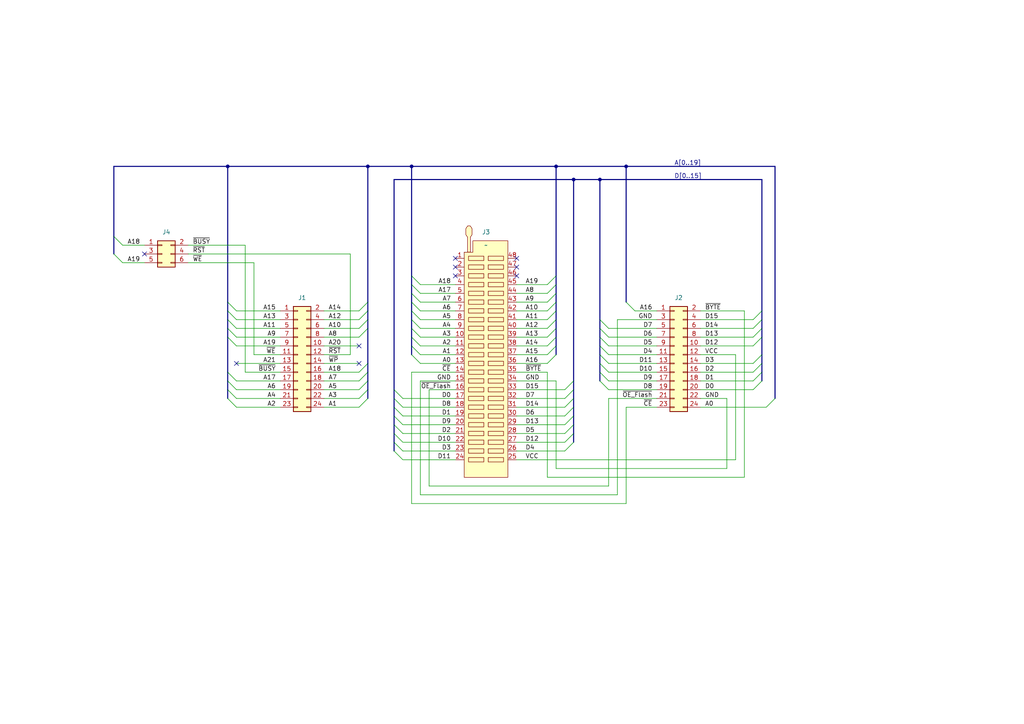
<source format=kicad_sch>
(kicad_sch (version 20231120) (generator "eeschema") (generator_version "8.0")
  (paper "A4")
  (title_block (title "TL866 FlashROM Programming Adapter") (date "2024-01-08") (rev "1.0") (company "Patrick Dähne CC BY-NC-SA 4.0") (comment 1 "https://github.com/pdaehne/TL866-FlashROM-Adapter"))
  (lib_symbols
    (symbol "Connector_Generic:Conn_02x03_Odd_Even" (pin_names (offset 1.016) hide)
      (property "Reference" "J" (at 1.27 5.08 0))
      (property "Value" "Conn_02x03_Odd_Even" (at 1.27 -5.08 0))
      (symbol "Conn_02x03_Odd_Even_1_1"
        (rectangle (start -1.27 -2.413) (end 0 -2.667) (stroke (width 0.1524)))
        (rectangle (start -1.27 0.127) (end 0 -0.127) (stroke (width 0.1524)))
        (rectangle (start -1.27 2.667) (end 0 2.413) (stroke (width 0.1524)))
        (rectangle (start -1.27 3.81) (end 3.81 -3.81) (stroke (width 0.254)) (fill (type background)))
        (rectangle (start 3.81 -2.413) (end 2.54 -2.667) (stroke (width 0.1524)))
        (rectangle (start 3.81 0.127) (end 2.54 -0.127) (stroke (width 0.1524)))
        (rectangle (start 3.81 2.667) (end 2.54 2.413) (stroke (width 0.1524)))
        (pin passive line (at -5.08 2.54 0) (length 3.81) (name "Pin_1") (number "1"))
        (pin passive line (at 7.62 2.54 180) (length 3.81) (name "Pin_2") (number "2"))
        (pin passive line (at -5.08 0 0) (length 3.81) (name "Pin_3") (number "3"))
        (pin passive line (at 7.62 0 180) (length 3.81) (name "Pin_4") (number "4"))
        (pin passive line (at -5.08 -2.54 0) (length 3.81) (name "Pin_5") (number "5"))
        (pin passive line (at 7.62 -2.54 180) (length 3.81) (name "Pin_6") (number "6"))
      )
    )
    (symbol "Connector_Generic:Conn_02x12_Odd_Even" (pin_names (offset 1.016) hide)
      (property "Reference" "J" (at 1.27 15.24 0))
      (property "Value" "Conn_02x12_Odd_Even" (at 1.27 -17.78 0))
      (symbol "Conn_02x12_Odd_Even_1_1"
        (rectangle (start -1.27 -15.113) (end 0 -15.367) (stroke (width 0.1524)))
        (rectangle (start -1.27 -12.573) (end 0 -12.827) (stroke (width 0.1524)))
        (rectangle (start -1.27 -10.033) (end 0 -10.287) (stroke (width 0.1524)))
        (rectangle (start -1.27 -7.493) (end 0 -7.747) (stroke (width 0.1524)))
        (rectangle (start -1.27 -4.953) (end 0 -5.207) (stroke (width 0.1524)))
        (rectangle (start -1.27 -2.413) (end 0 -2.667) (stroke (width 0.1524)))
        (rectangle (start -1.27 0.127) (end 0 -0.127) (stroke (width 0.1524)))
        (rectangle (start -1.27 2.667) (end 0 2.413) (stroke (width 0.1524)))
        (rectangle (start -1.27 5.207) (end 0 4.953) (stroke (width 0.1524)))
        (rectangle (start -1.27 7.747) (end 0 7.493) (stroke (width 0.1524)))
        (rectangle (start -1.27 10.287) (end 0 10.033) (stroke (width 0.1524)))
        (rectangle (start -1.27 12.827) (end 0 12.573) (stroke (width 0.1524)))
        (rectangle (start -1.27 13.97) (end 3.81 -16.51) (stroke (width 0.254)) (fill (type background)))
        (rectangle (start 3.81 -15.113) (end 2.54 -15.367) (stroke (width 0.1524)))
        (rectangle (start 3.81 -12.573) (end 2.54 -12.827) (stroke (width 0.1524)))
        (rectangle (start 3.81 -10.033) (end 2.54 -10.287) (stroke (width 0.1524)))
        (rectangle (start 3.81 -7.493) (end 2.54 -7.747) (stroke (width 0.1524)))
        (rectangle (start 3.81 -4.953) (end 2.54 -5.207) (stroke (width 0.1524)))
        (rectangle (start 3.81 -2.413) (end 2.54 -2.667) (stroke (width 0.1524)))
        (rectangle (start 3.81 0.127) (end 2.54 -0.127) (stroke (width 0.1524)))
        (rectangle (start 3.81 2.667) (end 2.54 2.413) (stroke (width 0.1524)))
        (rectangle (start 3.81 5.207) (end 2.54 4.953) (stroke (width 0.1524)))
        (rectangle (start 3.81 7.747) (end 2.54 7.493) (stroke (width 0.1524)))
        (rectangle (start 3.81 10.287) (end 2.54 10.033) (stroke (width 0.1524)))
        (rectangle (start 3.81 12.827) (end 2.54 12.573) (stroke (width 0.1524)))
        (pin passive line (at -5.08 12.7 0) (length 3.81) (name "Pin_1") (number "1"))
        (pin passive line (at 7.62 2.54 180) (length 3.81) (name "Pin_10") (number "10"))
        (pin passive line (at -5.08 0 0) (length 3.81) (name "Pin_11") (number "11"))
        (pin passive line (at 7.62 0 180) (length 3.81) (name "Pin_12") (number "12"))
        (pin passive line (at -5.08 -2.54 0) (length 3.81) (name "Pin_13") (number "13"))
        (pin passive line (at 7.62 -2.54 180) (length 3.81) (name "Pin_14") (number "14"))
        (pin passive line (at -5.08 -5.08 0) (length 3.81) (name "Pin_15") (number "15"))
        (pin passive line (at 7.62 -5.08 180) (length 3.81) (name "Pin_16") (number "16"))
        (pin passive line (at -5.08 -7.62 0) (length 3.81) (name "Pin_17") (number "17"))
        (pin passive line (at 7.62 -7.62 180) (length 3.81) (name "Pin_18") (number "18"))
        (pin passive line (at -5.08 -10.16 0) (length 3.81) (name "Pin_19") (number "19"))
        (pin passive line (at 7.62 12.7 180) (length 3.81) (name "Pin_2") (number "2"))
        (pin passive line (at 7.62 -10.16 180) (length 3.81) (name "Pin_20") (number "20"))
        (pin passive line (at -5.08 -12.7 0) (length 3.81) (name "Pin_21") (number "21"))
        (pin passive line (at 7.62 -12.7 180) (length 3.81) (name "Pin_22") (number "22"))
        (pin passive line (at -5.08 -15.24 0) (length 3.81) (name "Pin_23") (number "23"))
        (pin passive line (at 7.62 -15.24 180) (length 3.81) (name "Pin_24") (number "24"))
        (pin passive line (at -5.08 10.16 0) (length 3.81) (name "Pin_3") (number "3"))
        (pin passive line (at 7.62 10.16 180) (length 3.81) (name "Pin_4") (number "4"))
        (pin passive line (at -5.08 7.62 0) (length 3.81) (name "Pin_5") (number "5"))
        (pin passive line (at 7.62 7.62 180) (length 3.81) (name "Pin_6") (number "6"))
        (pin passive line (at -5.08 5.08 0) (length 3.81) (name "Pin_7") (number "7"))
        (pin passive line (at 7.62 5.08 180) (length 3.81) (name "Pin_8") (number "8"))
        (pin passive line (at -5.08 2.54 0) (length 3.81) (name "Pin_9") (number "9"))
      )
    )
    (symbol "Socket_ZIF:ZIF_48Pin"
      (property "Reference" "U" (at 0 38.1 0))
      (symbol "ZIF_48Pin_1_1"
        (rectangle (start -5.08 -28.575) (end -0.635 -29.845))
        (rectangle (start -5.08 -26.035) (end -0.635 -27.305))
        (rectangle (start -5.08 -23.495) (end -0.635 -24.765))
        (rectangle (start -5.08 -20.955) (end -0.635 -22.225))
        (rectangle (start -5.08 -18.415) (end -0.635 -19.685))
        (rectangle (start -5.08 -15.875) (end -0.635 -17.145))
        (rectangle (start -5.08 -13.335) (end -0.635 -14.605))
        (rectangle (start -5.08 -10.795) (end -0.635 -12.065))
        (rectangle (start -5.08 -8.255) (end -0.635 -9.525))
        (rectangle (start -5.08 -5.715) (end -0.635 -6.985))
        (rectangle (start -5.08 -3.175) (end -0.635 -4.445))
        (rectangle (start -5.08 -0.635) (end -0.635 -1.905))
        (rectangle (start -5.08 1.905) (end -0.635 0.635))
        (rectangle (start -5.08 4.445) (end -0.635 3.175))
        (rectangle (start -5.08 6.985) (end -0.635 5.715))
        (rectangle (start -5.08 9.525) (end -0.635 8.255))
        (rectangle (start -5.08 12.065) (end -0.635 10.795))
        (rectangle (start -5.08 14.605) (end -0.635 13.335))
        (rectangle (start -5.08 17.145) (end -0.635 15.875))
        (rectangle (start -5.08 19.685) (end -0.635 18.415))
        (rectangle (start -5.08 22.225) (end -0.635 20.955))
        (rectangle (start -5.08 24.765) (end -0.635 23.495))
        (rectangle (start -5.08 27.305) (end -0.635 26.035))
        (rectangle (start -5.08 29.845) (end -0.635 28.575))
        (polyline (pts (xy -6.35 -34.29) (xy 6.35 -34.29) (xy 6.35 34.29) (xy -3.81 34.29) (xy -3.81 30.988) (xy -6.35 30.988) (xy -6.35 -33.02) (xy -6.35 -34.29)) (fill (type background)))
        (polyline (pts (xy -4.572 30.988) (xy -4.572 35.306) (xy -4.064 36.068) (xy -4.064 37.846) (xy -4.572 38.608) (xy -5.334 38.608) (xy -5.842 37.846) (xy -5.842 36.068) (xy -5.334 35.306) (xy -5.334 30.988) (xy -4.572 30.988)) (fill (type background)))
        (rectangle (start 0.635 -28.575) (end 5.08 -29.845))
        (rectangle (start 0.635 -26.035) (end 5.08 -27.305))
        (rectangle (start 0.635 -23.495) (end 5.08 -24.765))
        (rectangle (start 0.635 -20.955) (end 5.08 -22.225))
        (rectangle (start 0.635 -18.415) (end 5.08 -19.685))
        (rectangle (start 0.635 -15.875) (end 5.08 -17.145))
        (rectangle (start 0.635 -13.335) (end 5.08 -14.605))
        (rectangle (start 0.635 -10.795) (end 5.08 -12.065))
        (rectangle (start 0.635 -8.255) (end 5.08 -9.525))
        (rectangle (start 0.635 -5.715) (end 5.08 -6.985))
        (rectangle (start 0.635 -3.175) (end 5.08 -4.445))
        (rectangle (start 0.635 -0.635) (end 5.08 -1.905))
        (rectangle (start 0.635 1.905) (end 5.08 0.635))
        (rectangle (start 0.635 4.445) (end 5.08 3.175))
        (rectangle (start 0.635 6.985) (end 5.08 5.715))
        (rectangle (start 0.635 9.525) (end 5.08 8.255))
        (rectangle (start 0.635 12.065) (end 5.08 10.795))
        (rectangle (start 0.635 14.605) (end 5.08 13.335))
        (rectangle (start 0.635 17.145) (end 5.08 15.875))
        (rectangle (start 0.635 19.685) (end 5.08 18.415))
        (rectangle (start 0.635 22.225) (end 5.08 20.955))
        (rectangle (start 0.635 24.765) (end 5.08 23.495))
        (rectangle (start 0.635 27.305) (end 5.08 26.035))
        (rectangle (start 0.635 29.845) (end 5.08 28.575))
        (pin passive line (at -8.89 29.21 0) (length 2.54) (name "") (number "1"))
        (pin passive line (at -8.89 6.35 0) (length 2.54) (name "") (number "10"))
        (pin passive line (at -8.89 3.81 0) (length 2.54) (name "") (number "11"))
        (pin passive line (at -8.89 1.27 0) (length 2.54) (name "") (number "12"))
        (pin passive line (at -8.89 -1.27 0) (length 2.54) (name "") (number "13"))
        (pin passive line (at -8.89 -3.81 0) (length 2.54) (name "") (number "14"))
        (pin passive line (at -8.89 -6.35 0) (length 2.54) (name "") (number "15"))
        (pin passive line (at -8.89 -8.89 0) (length 2.54) (name "") (number "16"))
        (pin passive line (at -8.89 -11.43 0) (length 2.54) (name "") (number "17"))
        (pin passive line (at -8.89 -13.97 0) (length 2.54) (name "") (number "18"))
        (pin passive line (at -8.89 -16.51 0) (length 2.54) (name "") (number "19"))
        (pin passive line (at -8.89 26.67 0) (length 2.54) (name "") (number "2"))
        (pin passive line (at -8.89 -19.05 0) (length 2.54) (name "") (number "20"))
        (pin passive line (at -8.89 -21.59 0) (length 2.54) (name "") (number "21"))
        (pin passive line (at -8.89 -24.13 0) (length 2.54) (name "") (number "22"))
        (pin passive line (at -8.89 -26.67 0) (length 2.54) (name "") (number "23"))
        (pin passive line (at -8.89 -29.21 0) (length 2.54) (name "") (number "24"))
        (pin passive line (at 8.89 -29.21 180) (length 2.54) (name "") (number "25"))
        (pin passive line (at 8.89 -26.67 180) (length 2.54) (name "") (number "26"))
        (pin passive line (at 8.89 -24.13 180) (length 2.54) (name "") (number "27"))
        (pin passive line (at 8.89 -21.59 180) (length 2.54) (name "") (number "28"))
        (pin passive line (at 8.89 -19.05 180) (length 2.54) (name "") (number "29"))
        (pin passive line (at -8.89 24.13 0) (length 2.54) (name "") (number "3"))
        (pin passive line (at 8.89 -16.51 180) (length 2.54) (name "") (number "30"))
        (pin passive line (at 8.89 -13.97 180) (length 2.54) (name "") (number "31"))
        (pin passive line (at 8.89 -11.43 180) (length 2.54) (name "") (number "32"))
        (pin passive line (at 8.89 -8.89 180) (length 2.54) (name "") (number "33"))
        (pin passive line (at 8.89 -6.35 180) (length 2.54) (name "") (number "34"))
        (pin passive line (at 8.89 -3.81 180) (length 2.54) (name "") (number "35"))
        (pin passive line (at 8.89 -1.27 180) (length 2.54) (name "") (number "36"))
        (pin passive line (at 8.89 1.27 180) (length 2.54) (name "") (number "37"))
        (pin passive line (at 8.89 3.81 180) (length 2.54) (name "") (number "38"))
        (pin passive line (at 8.89 6.35 180) (length 2.54) (name "") (number "39"))
        (pin passive line (at -8.89 21.59 0) (length 2.54) (name "") (number "4"))
        (pin passive line (at 8.89 8.89 180) (length 2.54) (name "") (number "40"))
        (pin passive line (at 8.89 11.43 180) (length 2.54) (name "") (number "41"))
        (pin passive line (at 8.89 13.97 180) (length 2.54) (name "") (number "42"))
        (pin passive line (at 8.89 16.51 180) (length 2.54) (name "") (number "43"))
        (pin passive line (at 8.89 19.05 180) (length 2.54) (name "") (number "44"))
        (pin passive line (at 8.89 21.59 180) (length 2.54) (name "") (number "45"))
        (pin passive line (at 8.89 24.13 180) (length 2.54) (name "") (number "46"))
        (pin passive line (at 8.89 26.67 180) (length 2.54) (name "") (number "47"))
        (pin passive line (at 8.89 29.21 180) (length 2.54) (name "") (number "48"))
        (pin passive line (at -8.89 19.05 0) (length 2.54) (name "") (number "5"))
        (pin passive line (at -8.89 16.51 0) (length 2.54) (name "") (number "6"))
        (pin passive line (at -8.89 13.97 0) (length 2.54) (name "") (number "7"))
        (pin passive line (at -8.89 11.43 0) (length 2.54) (name "") (number "8"))
        (pin passive line (at -8.89 8.89 0) (length 2.54) (name "") (number "9"))
      )
    )
  )
  (junction (at 166.37 52.07))
  (junction (at 173.99 52.07))
  (junction (at 161.29 48.26))
  (junction (at 119.38 48.26))
  (junction (at 106.68 48.26))
  (junction (at 181.61 48.26))
  (junction (at 66.04 48.26))
  (no_connect (at 132.08 77.47))
  (no_connect (at 149.86 77.47))
  (no_connect (at 104.14 105.41))
  (no_connect (at 132.08 74.93))
  (no_connect (at 41.91 73.66))
  (no_connect (at 104.14 100.33))
  (no_connect (at 149.86 80.01))
  (no_connect (at 149.86 74.93))
  (no_connect (at 68.58 105.41))
  (no_connect (at 132.08 80.01))
  (bus_entry (at 104.14 113.03) (size 2.54 -2.54))
  (bus_entry (at 104.14 107.95) (size 2.54 -2.54))
  (bus_entry (at 66.04 115.57) (size 2.54 2.54))
  (bus_entry (at 158.75 102.87) (size 2.54 -2.54))
  (bus_entry (at 104.14 90.17) (size 2.54 -2.54))
  (bus_entry (at 218.44 105.41) (size 2.54 -2.54))
  (bus_entry (at 163.83 130.81) (size 2.54 -2.54))
  (bus_entry (at 119.38 82.55) (size 2.54 2.54))
  (bus_entry (at 158.75 85.09) (size 2.54 -2.54))
  (bus_entry (at 114.3 113.03) (size 2.54 2.54))
  (bus_entry (at 104.14 118.11) (size 2.54 -2.54))
  (bus_entry (at 218.44 110.49) (size 2.54 -2.54))
  (bus_entry (at 119.38 90.17) (size 2.54 2.54))
  (bus_entry (at 218.44 97.79) (size 2.54 -2.54))
  (bus_entry (at 181.61 87.63) (size 2.54 2.54))
  (bus_entry (at 119.38 92.71) (size 2.54 2.54))
  (bus_entry (at 218.44 100.33) (size 2.54 -2.54))
  (bus_entry (at 104.14 110.49) (size 2.54 -2.54))
  (bus_entry (at 66.04 90.17) (size 2.54 2.54))
  (bus_entry (at 66.04 97.79) (size 2.54 2.54))
  (bus_entry (at 163.83 128.27) (size 2.54 -2.54))
  (bus_entry (at 114.3 115.57) (size 2.54 2.54))
  (bus_entry (at 66.04 87.63) (size 2.54 2.54))
  (bus_entry (at 114.3 120.65) (size 2.54 2.54))
  (bus_entry (at 173.99 110.49) (size 2.54 2.54))
  (bus_entry (at 218.44 107.95) (size 2.54 -2.54))
  (bus_entry (at 218.44 92.71) (size 2.54 -2.54))
  (bus_entry (at 163.83 113.03) (size 2.54 -2.54))
  (bus_entry (at 158.75 90.17) (size 2.54 -2.54))
  (bus_entry (at 104.14 97.79) (size 2.54 -2.54))
  (bus_entry (at 173.99 95.25) (size 2.54 2.54))
  (bus_entry (at 104.14 95.25) (size 2.54 -2.54))
  (bus_entry (at 158.75 82.55) (size 2.54 -2.54))
  (bus_entry (at 173.99 97.79) (size 2.54 2.54))
  (bus_entry (at 222.25 118.11) (size 2.54 -2.54))
  (bus_entry (at 33.02 73.66) (size 2.54 2.54))
  (bus_entry (at 173.99 105.41) (size 2.54 2.54))
  (bus_entry (at 119.38 100.33) (size 2.54 2.54))
  (bus_entry (at 163.83 123.19) (size 2.54 -2.54))
  (bus_entry (at 173.99 92.71) (size 2.54 2.54))
  (bus_entry (at 158.75 100.33) (size 2.54 -2.54))
  (bus_entry (at 114.3 130.81) (size 2.54 2.54))
  (bus_entry (at 119.38 102.87) (size 2.54 2.54))
  (bus_entry (at 66.04 107.95) (size 2.54 2.54))
  (bus_entry (at 104.14 115.57) (size 2.54 -2.54))
  (bus_entry (at 158.75 97.79) (size 2.54 -2.54))
  (bus_entry (at 158.75 105.41) (size 2.54 -2.54))
  (bus_entry (at 218.44 113.03) (size 2.54 -2.54))
  (bus_entry (at 104.14 92.71) (size 2.54 -2.54))
  (bus_entry (at 114.3 118.11) (size 2.54 2.54))
  (bus_entry (at 114.3 128.27) (size 2.54 2.54))
  (bus_entry (at 119.38 80.01) (size 2.54 2.54))
  (bus_entry (at 66.04 113.03) (size 2.54 2.54))
  (bus_entry (at 173.99 102.87) (size 2.54 2.54))
  (bus_entry (at 33.02 68.58) (size 2.54 2.54))
  (bus_entry (at 119.38 87.63) (size 2.54 2.54))
  (bus_entry (at 119.38 85.09) (size 2.54 2.54))
  (bus_entry (at 119.38 97.79) (size 2.54 2.54))
  (bus_entry (at 173.99 100.33) (size 2.54 2.54))
  (bus_entry (at 163.83 125.73) (size 2.54 -2.54))
  (bus_entry (at 158.75 95.25) (size 2.54 -2.54))
  (bus_entry (at 163.83 115.57) (size 2.54 -2.54))
  (bus_entry (at 173.99 107.95) (size 2.54 2.54))
  (bus_entry (at 114.3 123.19) (size 2.54 2.54))
  (bus_entry (at 66.04 110.49) (size 2.54 2.54))
  (bus_entry (at 119.38 95.25) (size 2.54 2.54))
  (bus_entry (at 66.04 95.25) (size 2.54 2.54))
  (bus_entry (at 218.44 95.25) (size 2.54 -2.54))
  (bus_entry (at 163.83 120.65) (size 2.54 -2.54))
  (bus_entry (at 158.75 87.63) (size 2.54 -2.54))
  (bus_entry (at 163.83 118.11) (size 2.54 -2.54))
  (bus_entry (at 158.75 92.71) (size 2.54 -2.54))
  (bus_entry (at 114.3 125.73) (size 2.54 2.54))
  (bus_entry (at 66.04 92.71) (size 2.54 2.54))
  (wire (pts (xy 116.84 128.27) (xy 132.08 128.27)))
  (bus (pts (xy 66.04 48.26) (xy 106.68 48.26)))
  (bus (pts (xy 66.04 97.79) (xy 66.04 107.95)))
  (wire (pts (xy 203.2 95.25) (xy 218.44 95.25)))
  (wire (pts (xy 203.2 90.17) (xy 215.9 90.17)))
  (wire (pts (xy 124.46 113.03) (xy 132.08 113.03)))
  (bus (pts (xy 119.38 87.63) (xy 119.38 90.17)))
  (bus (pts (xy 173.99 52.07) (xy 220.98 52.07)))
  (wire (pts (xy 68.58 110.49) (xy 81.28 110.49)))
  (wire (pts (xy 176.53 115.57) (xy 176.53 140.97)))
  (bus (pts (xy 106.68 107.95) (xy 106.68 110.49)))
  (bus (pts (xy 166.37 125.73) (xy 166.37 128.27)))
  (bus (pts (xy 161.29 80.01) (xy 161.29 82.55)))
  (wire (pts (xy 119.38 146.05) (xy 119.38 107.95)))
  (wire (pts (xy 116.84 115.57) (xy 132.08 115.57)))
  (bus (pts (xy 106.68 48.26) (xy 106.68 87.63)))
  (bus (pts (xy 224.79 48.26) (xy 224.79 115.57)))
  (wire (pts (xy 149.86 95.25) (xy 158.75 95.25)))
  (wire (pts (xy 161.29 110.49) (xy 149.86 110.49)))
  (bus (pts (xy 114.3 120.65) (xy 114.3 123.19)))
  (wire (pts (xy 93.98 115.57) (xy 104.14 115.57)))
  (wire (pts (xy 176.53 95.25) (xy 190.5 95.25)))
  (wire (pts (xy 158.75 138.43) (xy 158.75 107.95)))
  (bus (pts (xy 173.99 95.25) (xy 173.99 97.79)))
  (bus (pts (xy 220.98 52.07) (xy 220.98 90.17)))
  (wire (pts (xy 203.2 113.03) (xy 218.44 113.03)))
  (wire (pts (xy 176.53 105.41) (xy 190.5 105.41)))
  (wire (pts (xy 203.2 102.87) (xy 213.36 102.87)))
  (wire (pts (xy 121.92 95.25) (xy 132.08 95.25)))
  (bus (pts (xy 33.02 68.58) (xy 33.02 48.26)))
  (wire (pts (xy 121.92 105.41) (xy 132.08 105.41)))
  (bus (pts (xy 106.68 113.03) (xy 106.68 115.57)))
  (bus (pts (xy 220.98 97.79) (xy 220.98 102.87)))
  (wire (pts (xy 68.58 105.41) (xy 81.28 105.41)))
  (wire (pts (xy 149.86 125.73) (xy 163.83 125.73)))
  (wire (pts (xy 149.86 92.71) (xy 158.75 92.71)))
  (bus (pts (xy 173.99 107.95) (xy 173.99 110.49)))
  (wire (pts (xy 116.84 125.73) (xy 132.08 125.73)))
  (wire (pts (xy 121.92 92.71) (xy 132.08 92.71)))
  (wire (pts (xy 68.58 115.57) (xy 81.28 115.57)))
  (bus (pts (xy 161.29 80.01) (xy 161.29 48.26)))
  (wire (pts (xy 176.53 110.49) (xy 190.5 110.49)))
  (wire (pts (xy 68.58 95.25) (xy 81.28 95.25)))
  (wire (pts (xy 179.07 143.51) (xy 121.92 143.51)))
  (bus (pts (xy 161.29 82.55) (xy 161.29 85.09)))
  (wire (pts (xy 149.86 82.55) (xy 158.75 82.55)))
  (wire (pts (xy 68.58 113.03) (xy 81.28 113.03)))
  (wire (pts (xy 181.61 118.11) (xy 181.61 146.05)))
  (wire (pts (xy 181.61 118.11) (xy 190.5 118.11)))
  (wire (pts (xy 203.2 115.57) (xy 210.82 115.57)))
  (wire (pts (xy 93.98 92.71) (xy 104.14 92.71)))
  (bus (pts (xy 66.04 107.95) (xy 66.04 110.49)))
  (bus (pts (xy 220.98 95.25) (xy 220.98 97.79)))
  (wire (pts (xy 176.53 113.03) (xy 190.5 113.03)))
  (bus (pts (xy 66.04 90.17) (xy 66.04 92.71)))
  (bus (pts (xy 114.3 128.27) (xy 114.3 130.81)))
  (bus (pts (xy 166.37 115.57) (xy 166.37 118.11)))
  (wire (pts (xy 121.92 143.51) (xy 121.92 110.49)))
  (wire (pts (xy 149.86 123.19) (xy 163.83 123.19)))
  (bus (pts (xy 161.29 97.79) (xy 161.29 100.33)))
  (bus (pts (xy 181.61 48.26) (xy 181.61 87.63)))
  (wire (pts (xy 158.75 107.95) (xy 149.86 107.95)))
  (wire (pts (xy 176.53 97.79) (xy 190.5 97.79)))
  (wire (pts (xy 210.82 115.57) (xy 210.82 135.89)))
  (wire (pts (xy 121.92 100.33) (xy 132.08 100.33)))
  (wire (pts (xy 149.86 130.81) (xy 163.83 130.81)))
  (wire (pts (xy 161.29 135.89) (xy 161.29 110.49)))
  (bus (pts (xy 161.29 48.26) (xy 181.61 48.26)))
  (bus (pts (xy 161.29 48.26) (xy 119.38 48.26)))
  (wire (pts (xy 149.86 115.57) (xy 163.83 115.57)))
  (wire (pts (xy 149.86 133.35) (xy 213.36 133.35)))
  (bus (pts (xy 66.04 48.26) (xy 66.04 87.63)))
  (bus (pts (xy 161.29 90.17) (xy 161.29 92.71)))
  (bus (pts (xy 106.68 110.49) (xy 106.68 113.03)))
  (wire (pts (xy 116.84 130.81) (xy 132.08 130.81)))
  (wire (pts (xy 121.92 82.55) (xy 132.08 82.55)))
  (bus (pts (xy 114.3 113.03) (xy 114.3 115.57)))
  (bus (pts (xy 119.38 92.71) (xy 119.38 95.25)))
  (wire (pts (xy 176.53 107.95) (xy 190.5 107.95)))
  (bus (pts (xy 106.68 95.25) (xy 106.68 105.41)))
  (bus (pts (xy 66.04 95.25) (xy 66.04 97.79)))
  (wire (pts (xy 71.12 107.95) (xy 71.12 71.12)))
  (wire (pts (xy 203.2 118.11) (xy 222.25 118.11)))
  (wire (pts (xy 149.86 100.33) (xy 158.75 100.33)))
  (wire (pts (xy 149.86 105.41) (xy 158.75 105.41)))
  (bus (pts (xy 106.68 48.26) (xy 119.38 48.26)))
  (wire (pts (xy 203.2 107.95) (xy 218.44 107.95)))
  (wire (pts (xy 93.98 110.49) (xy 104.14 110.49)))
  (wire (pts (xy 176.53 102.87) (xy 190.5 102.87)))
  (wire (pts (xy 68.58 92.71) (xy 81.28 92.71)))
  (wire (pts (xy 73.66 102.87) (xy 81.28 102.87)))
  (bus (pts (xy 114.3 52.07) (xy 114.3 113.03)))
  (bus (pts (xy 66.04 92.71) (xy 66.04 95.25)))
  (bus (pts (xy 119.38 48.26) (xy 119.38 80.01)))
  (bus (pts (xy 66.04 113.03) (xy 66.04 115.57)))
  (wire (pts (xy 116.84 120.65) (xy 132.08 120.65)))
  (bus (pts (xy 173.99 97.79) (xy 173.99 100.33)))
  (wire (pts (xy 93.98 100.33) (xy 104.14 100.33)))
  (bus (pts (xy 114.3 118.11) (xy 114.3 120.65)))
  (wire (pts (xy 93.98 97.79) (xy 104.14 97.79)))
  (wire (pts (xy 116.84 118.11) (xy 132.08 118.11)))
  (wire (pts (xy 116.84 123.19) (xy 132.08 123.19)))
  (wire (pts (xy 213.36 102.87) (xy 213.36 133.35)))
  (bus (pts (xy 119.38 100.33) (xy 119.38 102.87)))
  (bus (pts (xy 66.04 87.63) (xy 66.04 90.17)))
  (wire (pts (xy 93.98 95.25) (xy 104.14 95.25)))
  (bus (pts (xy 161.29 95.25) (xy 161.29 97.79)))
  (wire (pts (xy 190.5 92.71) (xy 179.07 92.71)))
  (wire (pts (xy 176.53 100.33) (xy 190.5 100.33)))
  (bus (pts (xy 166.37 123.19) (xy 166.37 125.73)))
  (bus (pts (xy 161.29 85.09) (xy 161.29 87.63)))
  (bus (pts (xy 114.3 123.19) (xy 114.3 125.73)))
  (bus (pts (xy 106.68 90.17) (xy 106.68 92.71)))
  (wire (pts (xy 184.15 90.17) (xy 190.5 90.17)))
  (wire (pts (xy 68.58 118.11) (xy 81.28 118.11)))
  (wire (pts (xy 116.84 133.35) (xy 132.08 133.35)))
  (wire (pts (xy 35.56 71.12) (xy 41.91 71.12)))
  (wire (pts (xy 203.2 105.41) (xy 218.44 105.41)))
  (wire (pts (xy 149.86 97.79) (xy 158.75 97.79)))
  (wire (pts (xy 93.98 105.41) (xy 104.14 105.41)))
  (wire (pts (xy 68.58 100.33) (xy 81.28 100.33)))
  (bus (pts (xy 33.02 73.66) (xy 33.02 68.58)))
  (bus (pts (xy 119.38 90.17) (xy 119.38 92.71)))
  (wire (pts (xy 176.53 115.57) (xy 190.5 115.57)))
  (bus (pts (xy 114.3 115.57) (xy 114.3 118.11)))
  (bus (pts (xy 173.99 100.33) (xy 173.99 102.87)))
  (bus (pts (xy 173.99 52.07) (xy 173.99 92.71)))
  (wire (pts (xy 73.66 76.2) (xy 54.61 76.2)))
  (bus (pts (xy 220.98 92.71) (xy 220.98 95.25)))
  (wire (pts (xy 176.53 140.97) (xy 124.46 140.97)))
  (bus (pts (xy 220.98 107.95) (xy 220.98 110.49)))
  (bus (pts (xy 166.37 118.11) (xy 166.37 120.65)))
  (wire (pts (xy 93.98 118.11) (xy 104.14 118.11)))
  (bus (pts (xy 119.38 97.79) (xy 119.38 100.33)))
  (bus (pts (xy 166.37 113.03) (xy 166.37 115.57)))
  (wire (pts (xy 203.2 100.33) (xy 218.44 100.33)))
  (bus (pts (xy 220.98 105.41) (xy 220.98 107.95)))
  (bus (pts (xy 220.98 102.87) (xy 220.98 105.41)))
  (wire (pts (xy 215.9 138.43) (xy 158.75 138.43)))
  (bus (pts (xy 220.98 90.17) (xy 220.98 92.71)))
  (wire (pts (xy 71.12 71.12) (xy 54.61 71.12)))
  (bus (pts (xy 119.38 82.55) (xy 119.38 85.09)))
  (wire (pts (xy 149.86 87.63) (xy 158.75 87.63)))
  (wire (pts (xy 121.92 97.79) (xy 132.08 97.79)))
  (wire (pts (xy 68.58 90.17) (xy 81.28 90.17)))
  (wire (pts (xy 203.2 97.79) (xy 218.44 97.79)))
  (bus (pts (xy 33.02 48.26) (xy 66.04 48.26)))
  (wire (pts (xy 121.92 102.87) (xy 132.08 102.87)))
  (bus (pts (xy 166.37 110.49) (xy 166.37 113.03)))
  (wire (pts (xy 149.86 120.65) (xy 163.83 120.65)))
  (bus (pts (xy 161.29 100.33) (xy 161.29 102.87)))
  (wire (pts (xy 121.92 110.49) (xy 132.08 110.49)))
  (bus (pts (xy 106.68 92.71) (xy 106.68 95.25)))
  (bus (pts (xy 114.3 52.07) (xy 166.37 52.07)))
  (bus (pts (xy 106.68 87.63) (xy 106.68 90.17)))
  (bus (pts (xy 119.38 85.09) (xy 119.38 87.63)))
  (wire (pts (xy 203.2 92.71) (xy 218.44 92.71)))
  (wire (pts (xy 149.86 113.03) (xy 163.83 113.03)))
  (bus (pts (xy 166.37 52.07) (xy 166.37 110.49)))
  (wire (pts (xy 54.61 73.66) (xy 101.6 73.66)))
  (bus (pts (xy 173.99 102.87) (xy 173.99 105.41)))
  (wire (pts (xy 93.98 107.95) (xy 104.14 107.95)))
  (wire (pts (xy 121.92 90.17) (xy 132.08 90.17)))
  (wire (pts (xy 215.9 90.17) (xy 215.9 138.43)))
  (wire (pts (xy 124.46 140.97) (xy 124.46 113.03)))
  (wire (pts (xy 210.82 135.89) (xy 161.29 135.89)))
  (wire (pts (xy 203.2 110.49) (xy 218.44 110.49)))
  (wire (pts (xy 149.86 90.17) (xy 158.75 90.17)))
  (wire (pts (xy 71.12 107.95) (xy 81.28 107.95)))
  (wire (pts (xy 181.61 146.05) (xy 119.38 146.05)))
  (wire (pts (xy 149.86 118.11) (xy 163.83 118.11)))
  (bus (pts (xy 119.38 95.25) (xy 119.38 97.79)))
  (bus (pts (xy 66.04 110.49) (xy 66.04 113.03)))
  (wire (pts (xy 121.92 85.09) (xy 132.08 85.09)))
  (bus (pts (xy 106.68 105.41) (xy 106.68 107.95)))
  (bus (pts (xy 166.37 120.65) (xy 166.37 123.19)))
  (bus (pts (xy 119.38 80.01) (xy 119.38 82.55)))
  (wire (pts (xy 101.6 102.87) (xy 93.98 102.87)))
  (wire (pts (xy 101.6 102.87) (xy 101.6 73.66)))
  (wire (pts (xy 149.86 128.27) (xy 163.83 128.27)))
  (wire (pts (xy 73.66 102.87) (xy 73.66 76.2)))
  (wire (pts (xy 149.86 85.09) (xy 158.75 85.09)))
  (bus (pts (xy 161.29 92.71) (xy 161.29 95.25)))
  (bus (pts (xy 114.3 125.73) (xy 114.3 128.27)))
  (bus (pts (xy 181.61 48.26) (xy 224.79 48.26)))
  (wire (pts (xy 93.98 113.03) (xy 104.14 113.03)))
  (wire (pts (xy 121.92 87.63) (xy 132.08 87.63)))
  (bus (pts (xy 161.29 87.63) (xy 161.29 90.17)))
  (bus (pts (xy 173.99 92.71) (xy 173.99 95.25)))
  (wire (pts (xy 149.86 102.87) (xy 158.75 102.87)))
  (bus (pts (xy 173.99 105.41) (xy 173.99 107.95)))
  (bus (pts (xy 166.37 52.07) (xy 173.99 52.07)))
  (wire (pts (xy 119.38 107.95) (xy 132.08 107.95)))
  (wire (pts (xy 35.56 76.2) (xy 41.91 76.2)))
  (wire (pts (xy 93.98 90.17) (xy 104.14 90.17)))
  (wire (pts (xy 68.58 97.79) (xy 81.28 97.79)))
  (wire (pts (xy 179.07 92.71) (xy 179.07 143.51)))
  (label "D0" (at 204.47 113.03 0))
  (label "~{BUSY}" (at 80.01 107.95 180))
  (label "A2" (at 80.01 118.11 180))
  (label "A4" (at 130.81 95.25 180))
  (label "A20" (at 95.25 100.33 0))
  (label "D3" (at 130.81 130.81 180))
  (label "D12" (at 152.4 128.27 0))
  (label "A7" (at 95.25 110.49 0))
  (label "A21" (at 80.01 105.41 180))
  (label "D[0..15]" (at 195.58 52.07 0))
  (label "D4" (at 152.4 130.81 0))
  (label "A2" (at 130.81 100.33 180))
  (label "GND" (at 204.47 115.57 0))
  (label "GND" (at 152.4 110.49 0))
  (label "A18" (at 130.81 82.55 180))
  (label "A13" (at 152.4 97.79 0))
  (label "~{CE}" (at 189.23 118.11 180))
  (label "D15" (at 152.4 113.03 0))
  (label "D1" (at 130.81 120.65 180))
  (label "A[0..19]" (at 195.58 48.26 0))
  (label "D9" (at 130.81 123.19 180))
  (label "A0" (at 130.81 105.41 180))
  (label "GND" (at 189.23 92.71 180))
  (label "A0" (at 204.47 118.11 0))
  (label "A18" (at 40.64 71.12 180))
  (label "D6" (at 152.4 120.65 0))
  (label "A8" (at 95.25 97.79 0))
  (label "D2" (at 130.81 125.73 180))
  (label "A11" (at 80.01 95.25 180))
  (label "A19" (at 80.01 100.33 180))
  (label "A1" (at 95.25 118.11 0))
  (label "A15" (at 80.01 90.17 180))
  (label "A3" (at 95.25 115.57 0))
  (label "D10" (at 189.23 107.95 180))
  (label "D11" (at 130.81 133.35 180))
  (label "A12" (at 95.25 92.71 0))
  (label "A1" (at 130.81 102.87 180))
  (label "A5" (at 130.81 92.71 180))
  (label "~{BYTE}" (at 204.47 90.17 0))
  (label "A16" (at 189.23 90.17 180))
  (label "~{WP}" (at 95.25 105.41 0))
  (label "~{CE}" (at 130.81 107.95 180))
  (label "D15" (at 204.47 92.71 0))
  (label "A18" (at 95.25 107.95 0))
  (label "~{OE_Flash}" (at 189.23 115.57 180))
  (label "D1" (at 204.47 110.49 0))
  (label "VCC" (at 204.47 102.87 0))
  (label "~{RST}" (at 55.88 73.66 0))
  (label "A9" (at 80.01 97.79 180))
  (label "~{OE_Flash}" (at 130.81 113.03 180))
  (label "A4" (at 80.01 115.57 180))
  (label "A17" (at 80.01 110.49 180))
  (label "A19" (at 40.64 76.2 180))
  (label "GND" (at 130.81 110.49 180))
  (label "D3" (at 204.47 105.41 0))
  (label "A6" (at 130.81 90.17 180))
  (label "~{BYTE}" (at 152.4 107.95 0))
  (label "~{WE}" (at 55.88 76.2 0))
  (label "A14" (at 95.25 90.17 0))
  (label "~{WE}" (at 80.01 102.87 180))
  (label "D14" (at 152.4 118.11 0))
  (label "D9" (at 189.23 110.49 180))
  (label "D4" (at 189.23 102.87 180))
  (label "~{RST}" (at 95.25 102.87 0))
  (label "D5" (at 152.4 125.73 0))
  (label "D7" (at 189.23 95.25 180))
  (label "A14" (at 152.4 100.33 0))
  (label "D14" (at 204.47 95.25 0))
  (label "D12" (at 204.47 100.33 0))
  (label "D13" (at 152.4 123.19 0))
  (label "D13" (at 204.47 97.79 0))
  (label "D2" (at 204.47 107.95 0))
  (label "A17" (at 130.81 85.09 180))
  (label "A19" (at 152.4 82.55 0))
  (label "A16" (at 152.4 105.41 0))
  (label "D8" (at 130.81 118.11 180))
  (label "D10" (at 130.81 128.27 180))
  (label "A10" (at 152.4 90.17 0))
  (label "A5" (at 95.25 113.03 0))
  (label "A13" (at 80.01 92.71 180))
  (label "D8" (at 189.23 113.03 180))
  (label "D0" (at 130.81 115.57 180))
  (label "VCC" (at 152.4 133.35 0))
  (label "A9" (at 152.4 87.63 0))
  (label "A8" (at 152.4 85.09 0))
  (label "A11" (at 152.4 92.71 0))
  (label "A10" (at 95.25 95.25 0))
  (label "D5" (at 189.23 100.33 180))
  (label "~{BUSY}" (at 55.88 71.12 0))
  (label "A7" (at 130.81 87.63 180))
  (label "D7" (at 152.4 115.57 0))
  (label "A12" (at 152.4 95.25 0))
  (label "D6" (at 189.23 97.79 180))
  (label "A6" (at 80.01 113.03 180))
  (label "D11" (at 189.23 105.41 180))
  (label "A3" (at 130.81 97.79 180))
  (label "A15" (at 152.4 102.87 0))
  (symbol (lib_id "Connector_Generic:Conn_02x12_Odd_Even") (at 86.36 102.87 0) (unit 1)
    (property "Reference" "J1" (at 87.63 86.36 0))
    (property "Value" "Conn_02x12_Odd_Even" (effects (hide yes)))
    (property "Footprint" "Connector_PinSocket_2.54mm:PinSocket_2x12_P2.54mm_Vertical" (effects (hide yes)))
  )
  (symbol (lib_id "Connector_Generic:Conn_02x03_Odd_Even") (at 46.99 73.66 0) (unit 1)
    (property "Reference" "J4" (at 48.26 67.31 0))
    (property "Value" "Conn_02x03_Odd_Even" (effects (hide yes)))
    (property "Footprint" "Connector_PinHeader_2.54mm:PinHeader_2x03_P2.54mm_Vertical" (effects (hide yes)))
  )
  (symbol (lib_id "Connector_Generic:Conn_02x12_Odd_Even") (at 195.58 102.87 0) (unit 1)
    (property "Reference" "J2" (at 196.85 86.36 0))
    (property "Value" "Conn_02x12_Odd_Even" (effects (hide yes)))
    (property "Footprint" "Connector_PinSocket_2.54mm:PinSocket_2x12_P2.54mm_Vertical" (effects (hide yes)))
  )
  (symbol (lib_id "Socket_ZIF:ZIF_48Pin") (at 140.97 104.14 0) (unit 1)
    (property "Reference" "J3" (at 140.97 67.31 0))
    (property "Value" "~" (at 140.97 71.12 0))
    (property "Footprint" "Socket_ZIF:ZIF_48Pin" (effects (hide yes)))
  )
)
</source>
